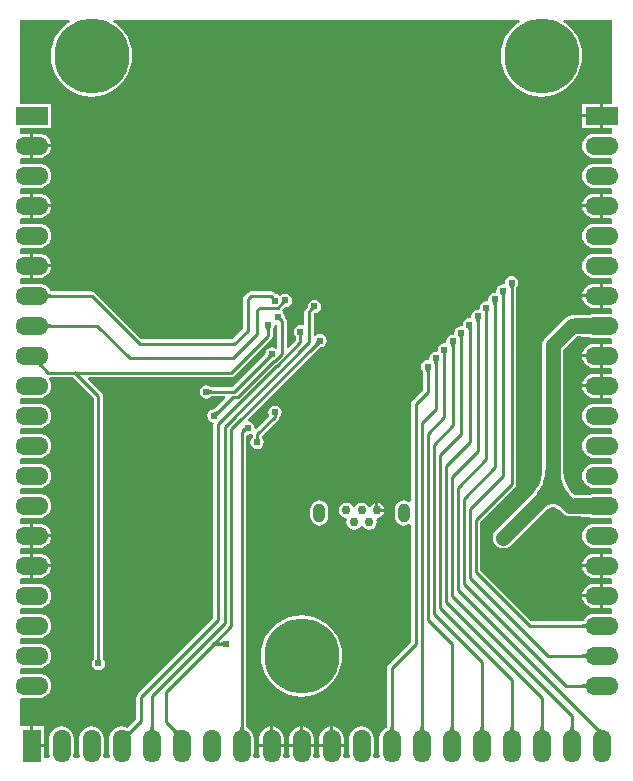
<source format=gbl>
G04*
G04 #@! TF.GenerationSoftware,Altium Limited,Altium Designer,21.6.4 (81)*
G04*
G04 Layer_Physical_Order=2*
G04 Layer_Color=16711680*
%FSLAX25Y25*%
%MOIN*%
G70*
G04*
G04 #@! TF.SameCoordinates,15FEF366-9F57-466A-8581-DEE9C99B8A09*
G04*
G04*
G04 #@! TF.FilePolarity,Positive*
G04*
G01*
G75*
%ADD16C,0.01000*%
%ADD46C,0.25000*%
%ADD47O,0.11000X0.06000*%
%ADD48R,0.11000X0.06000*%
%ADD49O,0.06000X0.11000*%
%ADD50R,0.06000X0.11000*%
%ADD51C,0.02953*%
G04:AMPARAMS|DCode=52|XSize=39.37mil|YSize=62.99mil|CornerRadius=19.68mil|HoleSize=0mil|Usage=FLASHONLY|Rotation=0.000|XOffset=0mil|YOffset=0mil|HoleType=Round|Shape=RoundedRectangle|*
%AMROUNDEDRECTD52*
21,1,0.03937,0.02362,0,0,0.0*
21,1,0.00000,0.06299,0,0,0.0*
1,1,0.03937,0.00000,-0.01181*
1,1,0.03937,0.00000,-0.01181*
1,1,0.03937,0.00000,0.01181*
1,1,0.03937,0.00000,0.01181*
%
%ADD52ROUNDEDRECTD52*%
%ADD53C,0.02400*%
%ADD54C,0.05000*%
G36*
X201466Y222000D02*
X198500D01*
Y218000D01*
Y214000D01*
X201466D01*
Y212362D01*
X201014Y211967D01*
X200500Y212035D01*
X195500D01*
X194456Y211897D01*
X193483Y211494D01*
X192647Y210853D01*
X192006Y210017D01*
X191603Y209044D01*
X191465Y208000D01*
X191603Y206956D01*
X192006Y205983D01*
X192647Y205147D01*
X193483Y204506D01*
X194456Y204103D01*
X195500Y203965D01*
X200500D01*
X201014Y204033D01*
X201466Y203638D01*
Y202362D01*
X201014Y201967D01*
X200500Y202034D01*
X195500D01*
X194456Y201897D01*
X193483Y201494D01*
X192647Y200853D01*
X192006Y200017D01*
X191603Y199044D01*
X191465Y198000D01*
X191603Y196956D01*
X192006Y195983D01*
X192647Y195147D01*
X193483Y194506D01*
X194456Y194103D01*
X195500Y193965D01*
X200500D01*
X201014Y194033D01*
X201466Y193638D01*
Y192362D01*
X201014Y191967D01*
X200500Y192034D01*
X198500D01*
Y188000D01*
Y183966D01*
X200500D01*
X201014Y184033D01*
X201466Y183638D01*
Y182362D01*
X201014Y181967D01*
X200500Y182035D01*
X195500D01*
X194456Y181897D01*
X193483Y181494D01*
X192647Y180853D01*
X192006Y180017D01*
X191603Y179044D01*
X191465Y178000D01*
X191603Y176956D01*
X192006Y175983D01*
X192647Y175147D01*
X193483Y174506D01*
X194456Y174103D01*
X195500Y173966D01*
X200500D01*
X201014Y174033D01*
X201466Y173638D01*
Y172362D01*
X201014Y171967D01*
X200500Y172035D01*
X195500D01*
X194456Y171897D01*
X193483Y171494D01*
X192647Y170853D01*
X192006Y170017D01*
X191603Y169044D01*
X191465Y168000D01*
X191603Y166956D01*
X192006Y165983D01*
X192647Y165147D01*
X193483Y164506D01*
X194456Y164103D01*
X195500Y163965D01*
X200500D01*
X201014Y164033D01*
X201466Y163638D01*
Y162362D01*
X201014Y161967D01*
X200500Y162034D01*
X198500D01*
Y158000D01*
Y153965D01*
X200500D01*
X201014Y154033D01*
X201466Y153638D01*
Y152362D01*
X201014Y151967D01*
X200500Y152034D01*
X195500D01*
X194456Y151897D01*
X194189Y151787D01*
X189027Y151530D01*
X188200D01*
X187286Y151410D01*
X186435Y151057D01*
X185704Y150496D01*
X179204Y143996D01*
X178643Y143265D01*
X178290Y142414D01*
X178170Y141500D01*
Y99658D01*
X178147Y99025D01*
X178050Y98146D01*
X177888Y97299D01*
X177663Y96481D01*
X177373Y95692D01*
X177020Y94930D01*
X176601Y94192D01*
X176116Y93479D01*
X175564Y92789D01*
X175132Y92325D01*
X162754Y79946D01*
X162193Y79215D01*
X161840Y78364D01*
X161720Y77450D01*
X161840Y76536D01*
X162193Y75685D01*
X162754Y74954D01*
X163485Y74393D01*
X164336Y74040D01*
X165250Y73920D01*
X166164Y74040D01*
X167015Y74393D01*
X167746Y74954D01*
X179016Y86224D01*
X179507Y86666D01*
X180102Y87082D01*
X180663Y87363D01*
X181192Y87521D01*
X181700Y87572D01*
X182208Y87521D01*
X182737Y87362D01*
X183298Y87082D01*
X183893Y86666D01*
X184383Y86224D01*
X185104Y85504D01*
X185835Y84943D01*
X186686Y84590D01*
X187600Y84470D01*
X189430D01*
X192672Y84413D01*
X193540Y84351D01*
X193804Y84317D01*
X193934Y84292D01*
X194011Y84265D01*
X194094Y84253D01*
X194456Y84103D01*
X195500Y83965D01*
X200500D01*
X201014Y84033D01*
X201466Y83638D01*
Y82362D01*
X201014Y81967D01*
X200500Y82034D01*
X195500D01*
X194456Y81897D01*
X193483Y81494D01*
X192647Y80853D01*
X192006Y80017D01*
X191603Y79044D01*
X191465Y78000D01*
X191603Y76956D01*
X192006Y75983D01*
X192647Y75147D01*
X193483Y74506D01*
X194456Y74103D01*
X195500Y73966D01*
X200500D01*
X201014Y74033D01*
X201466Y73638D01*
Y72362D01*
X201014Y71967D01*
X200500Y72035D01*
X198500D01*
Y68000D01*
Y63965D01*
X200500D01*
X201014Y64033D01*
X201466Y63638D01*
Y62362D01*
X201014Y61967D01*
X200500Y62034D01*
X198500D01*
Y58000D01*
Y53966D01*
X200500D01*
X201014Y54033D01*
X201466Y53638D01*
Y52362D01*
X201014Y51967D01*
X200500Y52034D01*
X195500D01*
X194456Y51897D01*
X193483Y51494D01*
X192647Y50853D01*
X192006Y50017D01*
X191804Y49531D01*
X191789Y49529D01*
X174634D01*
X157529Y66633D01*
Y82566D01*
X169081Y94119D01*
X169413Y94615D01*
X169529Y95200D01*
Y160723D01*
X169533Y160744D01*
X169539Y160774D01*
X169543Y160785D01*
X169586Y160814D01*
X170072Y161542D01*
X170243Y162400D01*
X170072Y163258D01*
X169586Y163986D01*
X168858Y164472D01*
X168000Y164643D01*
X167142Y164472D01*
X166414Y163986D01*
X165928Y163258D01*
X165757Y162400D01*
X165790Y162234D01*
X165366Y161810D01*
X165200Y161843D01*
X164342Y161672D01*
X163614Y161186D01*
X163128Y160458D01*
X162957Y159600D01*
X162990Y159434D01*
X162566Y159010D01*
X162400Y159043D01*
X161542Y158872D01*
X160814Y158386D01*
X160328Y157658D01*
X160157Y156800D01*
X160190Y156634D01*
X159766Y156210D01*
X159600Y156243D01*
X158742Y156072D01*
X158014Y155586D01*
X157528Y154858D01*
X157357Y154000D01*
X157390Y153834D01*
X156966Y153410D01*
X156800Y153443D01*
X155942Y153272D01*
X155214Y152786D01*
X154728Y152058D01*
X154557Y151200D01*
X154581Y151078D01*
X154157Y150654D01*
X153947Y150696D01*
X153089Y150525D01*
X152361Y150039D01*
X151875Y149311D01*
X151704Y148453D01*
X151746Y148243D01*
X151322Y147819D01*
X151200Y147843D01*
X150342Y147672D01*
X149614Y147186D01*
X149128Y146458D01*
X148957Y145600D01*
X148990Y145434D01*
X148566Y145010D01*
X148400Y145043D01*
X147542Y144872D01*
X146814Y144386D01*
X146328Y143658D01*
X146157Y142800D01*
X146190Y142634D01*
X145766Y142210D01*
X145600Y142243D01*
X144742Y142072D01*
X144014Y141586D01*
X143528Y140858D01*
X143357Y140000D01*
X143390Y139834D01*
X142966Y139410D01*
X142800Y139443D01*
X141942Y139272D01*
X141214Y138786D01*
X140728Y138058D01*
X140557Y137200D01*
X140590Y137034D01*
X140166Y136610D01*
X140000Y136643D01*
X139142Y136472D01*
X138414Y135986D01*
X137928Y135258D01*
X137757Y134400D01*
X137928Y133542D01*
X138414Y132814D01*
X138457Y132785D01*
X138461Y132774D01*
X138467Y132744D01*
X138471Y132723D01*
Y126634D01*
X134919Y123081D01*
X134587Y122585D01*
X134471Y122000D01*
Y89475D01*
X133871Y89179D01*
X133572Y89408D01*
X132850Y89707D01*
X132075Y89809D01*
X131300Y89707D01*
X130578Y89408D01*
X129958Y88932D01*
X129482Y88312D01*
X129183Y87590D01*
X129081Y86815D01*
Y84453D01*
X129183Y83678D01*
X129482Y82956D01*
X129958Y82336D01*
X130578Y81860D01*
X131300Y81561D01*
X132075Y81459D01*
X132850Y81561D01*
X133572Y81860D01*
X133871Y82089D01*
X134471Y81793D01*
Y42634D01*
X126919Y35081D01*
X126587Y34585D01*
X126471Y34000D01*
Y14211D01*
X126469Y14196D01*
X125983Y13994D01*
X125147Y13353D01*
X124506Y12517D01*
X124103Y11544D01*
X123966Y10500D01*
Y5500D01*
X124079Y4634D01*
X123706Y4034D01*
X122294D01*
X121921Y4634D01*
X122035Y5500D01*
Y10500D01*
X121897Y11544D01*
X121494Y12517D01*
X120853Y13353D01*
X120017Y13994D01*
X119044Y14397D01*
X118000Y14535D01*
X116956Y14397D01*
X115983Y13994D01*
X115147Y13353D01*
X114506Y12517D01*
X114103Y11544D01*
X113965Y10500D01*
Y5500D01*
X114079Y4634D01*
X113706Y4034D01*
X112294D01*
X111921Y4634D01*
X112034Y5500D01*
Y7500D01*
X108000D01*
X103965D01*
Y5500D01*
X104079Y4634D01*
X103706Y4034D01*
X102294D01*
X101921Y4634D01*
X102034Y5500D01*
Y7500D01*
X98000D01*
X93966D01*
Y5500D01*
X94079Y4634D01*
X93706Y4034D01*
X92294D01*
X91921Y4634D01*
X92035Y5500D01*
Y7500D01*
X88000D01*
X83965D01*
Y5500D01*
X84079Y4634D01*
X83706Y4034D01*
X82294D01*
X81921Y4634D01*
X82034Y5500D01*
Y10500D01*
X81897Y11544D01*
X81494Y12517D01*
X80853Y13353D01*
X80017Y13994D01*
X79531Y14196D01*
X79529Y14211D01*
Y111378D01*
X79993Y111758D01*
X80000Y111757D01*
X80858Y111928D01*
X81119Y112102D01*
X81544Y111869D01*
X81671Y111749D01*
Y110877D01*
X81667Y110856D01*
X81660Y110826D01*
X81657Y110815D01*
X81614Y110786D01*
X81128Y110058D01*
X80957Y109200D01*
X81128Y108342D01*
X81614Y107614D01*
X82342Y107128D01*
X83200Y106957D01*
X84058Y107128D01*
X84786Y107614D01*
X85272Y108342D01*
X85443Y109200D01*
X85272Y110058D01*
X84786Y110786D01*
X84910Y111347D01*
X90181Y116619D01*
X90513Y117115D01*
X90601Y117557D01*
X90686Y117614D01*
X91172Y118342D01*
X91343Y119200D01*
X91172Y120058D01*
X90686Y120786D01*
X89958Y121272D01*
X89100Y121443D01*
X88242Y121272D01*
X87514Y120786D01*
X87028Y120058D01*
X86857Y119200D01*
X87028Y118342D01*
X87248Y118011D01*
X82760Y113523D01*
X82207Y113818D01*
X82243Y114000D01*
X82072Y114858D01*
X81586Y115586D01*
X80858Y116072D01*
X80296Y116184D01*
X80089Y116826D01*
X104095Y140833D01*
X104113Y140845D01*
X104139Y140862D01*
X104149Y140867D01*
X104200Y140857D01*
X105058Y141028D01*
X105786Y141514D01*
X106272Y142242D01*
X106443Y143100D01*
X106272Y143958D01*
X105786Y144686D01*
X105058Y145172D01*
X104200Y145343D01*
X103342Y145172D01*
X102629Y144696D01*
X102533Y144715D01*
X102029Y144891D01*
Y151747D01*
X102300Y152257D01*
X103158Y152428D01*
X103886Y152914D01*
X104372Y153642D01*
X104543Y154500D01*
X104372Y155358D01*
X103886Y156086D01*
X103158Y156572D01*
X102300Y156743D01*
X101442Y156572D01*
X100714Y156086D01*
X100228Y155358D01*
X100057Y154500D01*
X100067Y154449D01*
X100062Y154439D01*
X100045Y154412D01*
X100033Y154395D01*
X99419Y153781D01*
X99087Y153285D01*
X98971Y152700D01*
Y148446D01*
X98908Y148413D01*
X98371Y148190D01*
X97600Y148343D01*
X96742Y148172D01*
X96014Y147686D01*
X95528Y146958D01*
X95357Y146100D01*
X95528Y145242D01*
X96014Y144514D01*
X96057Y144485D01*
X96061Y144474D01*
X96067Y144444D01*
X96071Y144423D01*
Y143118D01*
X93584Y140631D01*
X93029Y140861D01*
Y149600D01*
X92913Y150185D01*
X92581Y150681D01*
X92430Y150833D01*
X92443Y150900D01*
X92272Y151758D01*
X91786Y152486D01*
X91673Y152562D01*
X91597Y153334D01*
X92496Y154233D01*
X92513Y154245D01*
X92539Y154262D01*
X92549Y154267D01*
X92600Y154257D01*
X93458Y154428D01*
X94186Y154914D01*
X94672Y155642D01*
X94843Y156500D01*
X94672Y157358D01*
X94186Y158086D01*
X93458Y158572D01*
X92600Y158743D01*
X91742Y158572D01*
X91296Y158274D01*
X90728Y158044D01*
X90000Y158531D01*
X89365Y158657D01*
X89081Y159081D01*
X88585Y159413D01*
X88000Y159529D01*
X81200D01*
X80615Y159413D01*
X80119Y159081D01*
X78919Y157881D01*
X78587Y157385D01*
X78471Y156800D01*
Y147034D01*
X74967Y143529D01*
X44633D01*
X29081Y159081D01*
X28585Y159413D01*
X28000Y159529D01*
X14211D01*
X14196Y159531D01*
X13994Y160017D01*
X13353Y160853D01*
X12517Y161494D01*
X11544Y161897D01*
X10500Y162034D01*
X5500D01*
X4634Y161921D01*
X4034Y162294D01*
Y163706D01*
X4634Y164079D01*
X5500Y163965D01*
X7500D01*
Y168000D01*
Y172035D01*
X5500D01*
X4634Y171921D01*
X4034Y172294D01*
Y173706D01*
X4634Y174079D01*
X5500Y173966D01*
X10500D01*
X11544Y174103D01*
X12517Y174506D01*
X13353Y175147D01*
X13994Y175983D01*
X14397Y176956D01*
X14535Y178000D01*
X14397Y179044D01*
X13994Y180017D01*
X13353Y180853D01*
X12517Y181494D01*
X11544Y181897D01*
X10500Y182035D01*
X5500D01*
X4634Y181921D01*
X4034Y182294D01*
Y183706D01*
X4634Y184079D01*
X5500Y183966D01*
X7500D01*
Y188000D01*
Y192034D01*
X5500D01*
X4634Y191921D01*
X4034Y192294D01*
Y193706D01*
X4634Y194079D01*
X5500Y193965D01*
X10500D01*
X11544Y194103D01*
X12517Y194506D01*
X13353Y195147D01*
X13994Y195983D01*
X14397Y196956D01*
X14535Y198000D01*
X14397Y199044D01*
X13994Y200017D01*
X13353Y200853D01*
X12517Y201494D01*
X11544Y201897D01*
X10500Y202034D01*
X5500D01*
X4634Y201921D01*
X4034Y202294D01*
Y203706D01*
X4634Y204079D01*
X5500Y203965D01*
X7500D01*
Y208000D01*
Y212035D01*
X5500D01*
X4634Y211921D01*
X4034Y212294D01*
Y214000D01*
X14500D01*
Y222000D01*
X4034D01*
Y249966D01*
X20583D01*
X20746Y249388D01*
X20040Y248955D01*
X18425Y247575D01*
X17044Y245960D01*
X15934Y244148D01*
X15121Y242185D01*
X14625Y240118D01*
X14458Y238000D01*
X14625Y235882D01*
X15121Y233815D01*
X15934Y231852D01*
X17044Y230040D01*
X18425Y228425D01*
X20040Y227045D01*
X21852Y225934D01*
X23815Y225121D01*
X25882Y224625D01*
X28000Y224458D01*
X30118Y224625D01*
X32185Y225121D01*
X34148Y225934D01*
X35960Y227045D01*
X37576Y228425D01*
X38956Y230040D01*
X40066Y231852D01*
X40879Y233815D01*
X41375Y235882D01*
X41542Y238000D01*
X41375Y240118D01*
X40879Y242185D01*
X40066Y244148D01*
X38956Y245960D01*
X37576Y247575D01*
X35960Y248955D01*
X35254Y249388D01*
X35417Y249966D01*
X170583D01*
X170746Y249388D01*
X170040Y248955D01*
X168424Y247575D01*
X167044Y245960D01*
X165934Y244148D01*
X165121Y242185D01*
X164625Y240118D01*
X164458Y238000D01*
X164625Y235882D01*
X165121Y233815D01*
X165934Y231852D01*
X167044Y230040D01*
X168424Y228425D01*
X170040Y227045D01*
X171852Y225934D01*
X173815Y225121D01*
X175882Y224625D01*
X178000Y224458D01*
X180118Y224625D01*
X182185Y225121D01*
X184148Y225934D01*
X185960Y227045D01*
X187575Y228425D01*
X188955Y230040D01*
X190066Y231852D01*
X190879Y233815D01*
X191375Y235882D01*
X191542Y238000D01*
X191375Y240118D01*
X190879Y242185D01*
X190066Y244148D01*
X188955Y245960D01*
X187575Y247575D01*
X185960Y248955D01*
X185254Y249388D01*
X185417Y249966D01*
X201466D01*
Y222000D01*
D02*
G37*
G36*
X168775Y161474D02*
X168718Y161398D01*
X168667Y161317D01*
X168622Y161230D01*
X168585Y161138D01*
X168554Y161040D01*
X168531Y160936D01*
X168514Y160826D01*
X168503Y160710D01*
X168500Y160589D01*
X167500D01*
X167497Y160710D01*
X167486Y160826D01*
X167469Y160936D01*
X167446Y161040D01*
X167415Y161138D01*
X167378Y161230D01*
X167333Y161317D01*
X167282Y161398D01*
X167225Y161474D01*
X167160Y161543D01*
X168840D01*
X168775Y161474D01*
D02*
G37*
G36*
X165975Y158674D02*
X165918Y158598D01*
X165867Y158517D01*
X165822Y158430D01*
X165785Y158338D01*
X165754Y158240D01*
X165731Y158136D01*
X165714Y158026D01*
X165703Y157910D01*
X165700Y157789D01*
X164700D01*
X164697Y157910D01*
X164686Y158026D01*
X164669Y158136D01*
X164646Y158240D01*
X164615Y158338D01*
X164578Y158430D01*
X164533Y158517D01*
X164482Y158598D01*
X164425Y158674D01*
X164360Y158743D01*
X166040D01*
X165975Y158674D01*
D02*
G37*
G36*
X13319Y158902D02*
X13353Y158818D01*
X13411Y158743D01*
X13491Y158679D01*
X13594Y158624D01*
X13720Y158579D01*
X13869Y158545D01*
X14041Y158520D01*
X14236Y158505D01*
X14453Y158500D01*
Y157500D01*
X14236Y157495D01*
X14041Y157480D01*
X13869Y157455D01*
X13720Y157421D01*
X13594Y157376D01*
X13491Y157321D01*
X13411Y157257D01*
X13353Y157182D01*
X13319Y157098D01*
X13308Y157003D01*
Y158996D01*
X13319Y158902D01*
D02*
G37*
G36*
X163175Y155874D02*
X163118Y155798D01*
X163067Y155717D01*
X163022Y155630D01*
X162985Y155538D01*
X162954Y155440D01*
X162931Y155336D01*
X162914Y155226D01*
X162903Y155110D01*
X162900Y154989D01*
X161900D01*
X161897Y155110D01*
X161886Y155226D01*
X161869Y155336D01*
X161846Y155440D01*
X161815Y155538D01*
X161778Y155630D01*
X161733Y155717D01*
X161682Y155798D01*
X161625Y155874D01*
X161560Y155943D01*
X163240D01*
X163175Y155874D01*
D02*
G37*
G36*
X92588Y155300D02*
X92493Y155297D01*
X92399Y155284D01*
X92306Y155263D01*
X92213Y155233D01*
X92121Y155194D01*
X92030Y155146D01*
X91940Y155089D01*
X91850Y155024D01*
X91761Y154949D01*
X91673Y154866D01*
X90966Y155573D01*
X91049Y155661D01*
X91124Y155750D01*
X91189Y155840D01*
X91246Y155930D01*
X91294Y156021D01*
X91333Y156113D01*
X91363Y156206D01*
X91384Y156299D01*
X91397Y156393D01*
X91400Y156488D01*
X92588Y155300D01*
D02*
G37*
G36*
X102288Y153300D02*
X102193Y153297D01*
X102099Y153284D01*
X102006Y153263D01*
X101913Y153233D01*
X101821Y153194D01*
X101730Y153146D01*
X101640Y153089D01*
X101550Y153024D01*
X101461Y152949D01*
X101373Y152866D01*
X100666Y153573D01*
X100749Y153661D01*
X100824Y153750D01*
X100889Y153840D01*
X100946Y153930D01*
X100994Y154021D01*
X101033Y154113D01*
X101063Y154206D01*
X101084Y154299D01*
X101097Y154393D01*
X101100Y154488D01*
X102288Y153300D01*
D02*
G37*
G36*
X160375Y153074D02*
X160318Y152998D01*
X160267Y152917D01*
X160222Y152830D01*
X160185Y152738D01*
X160154Y152640D01*
X160131Y152536D01*
X160114Y152426D01*
X160103Y152310D01*
X160100Y152189D01*
X159100D01*
X159097Y152310D01*
X159086Y152426D01*
X159069Y152536D01*
X159046Y152640D01*
X159015Y152738D01*
X158978Y152830D01*
X158933Y152917D01*
X158882Y152998D01*
X158825Y153074D01*
X158760Y153143D01*
X160440D01*
X160375Y153074D01*
D02*
G37*
G36*
X157575Y150274D02*
X157518Y150198D01*
X157467Y150117D01*
X157422Y150030D01*
X157385Y149938D01*
X157354Y149840D01*
X157331Y149736D01*
X157314Y149626D01*
X157303Y149510D01*
X157300Y149389D01*
X156300D01*
X156297Y149510D01*
X156286Y149626D01*
X156269Y149736D01*
X156246Y149840D01*
X156215Y149938D01*
X156178Y150030D01*
X156133Y150117D01*
X156082Y150198D01*
X156025Y150274D01*
X155960Y150343D01*
X157640D01*
X157575Y150274D01*
D02*
G37*
G36*
X91390Y150698D02*
X91398Y150631D01*
X91417Y150560D01*
X91445Y150486D01*
X91484Y150409D01*
X91534Y150329D01*
X91593Y150245D01*
X91663Y150158D01*
X91834Y149973D01*
X91127Y149266D01*
X91033Y149356D01*
X90855Y149507D01*
X90771Y149566D01*
X90691Y149616D01*
X90614Y149655D01*
X90540Y149683D01*
X90469Y149702D01*
X90402Y149710D01*
X90338Y149708D01*
X91392Y150761D01*
X91390Y150698D01*
D02*
G37*
G36*
X13319Y148902D02*
X13353Y148818D01*
X13411Y148743D01*
X13491Y148679D01*
X13594Y148624D01*
X13720Y148579D01*
X13869Y148545D01*
X14041Y148520D01*
X14236Y148505D01*
X14453Y148500D01*
Y147500D01*
X14236Y147495D01*
X14041Y147480D01*
X13869Y147455D01*
X13720Y147421D01*
X13594Y147376D01*
X13491Y147321D01*
X13411Y147257D01*
X13353Y147182D01*
X13319Y147098D01*
X13308Y147003D01*
Y148996D01*
X13319Y148902D01*
D02*
G37*
G36*
X87575Y147526D02*
X87518Y147451D01*
X87467Y147370D01*
X87422Y147283D01*
X87385Y147191D01*
X87354Y147092D01*
X87331Y146988D01*
X87314Y146879D01*
X87303Y146763D01*
X87300Y146642D01*
X86300D01*
X86297Y146763D01*
X86286Y146879D01*
X86269Y146988D01*
X86246Y147092D01*
X86215Y147191D01*
X86178Y147283D01*
X86133Y147370D01*
X86082Y147451D01*
X86025Y147526D01*
X85960Y147596D01*
X87640D01*
X87575Y147526D01*
D02*
G37*
G36*
X154762Y147561D02*
X154707Y147484D01*
X154659Y147401D01*
X154617Y147312D01*
X154581Y147219D01*
X154552Y147119D01*
X154529Y147015D01*
X154513Y146904D01*
X154503Y146789D01*
X154500Y146668D01*
X153500Y146619D01*
X153497Y146741D01*
X153486Y146856D01*
X153468Y146965D01*
X153443Y147069D01*
X153411Y147166D01*
X153373Y147257D01*
X153326Y147342D01*
X153273Y147420D01*
X153213Y147493D01*
X153146Y147560D01*
X154824Y147634D01*
X154762Y147561D01*
D02*
G37*
G36*
X194351Y145226D02*
X194204Y145278D01*
X193966Y145325D01*
X193640Y145366D01*
X192717Y145431D01*
X188839Y145500D01*
Y150500D01*
X194351Y150774D01*
Y145226D01*
D02*
G37*
G36*
X98375Y145174D02*
X98318Y145098D01*
X98267Y145017D01*
X98222Y144930D01*
X98185Y144838D01*
X98154Y144740D01*
X98131Y144636D01*
X98114Y144526D01*
X98103Y144410D01*
X98100Y144289D01*
X97100D01*
X97097Y144410D01*
X97086Y144526D01*
X97069Y144636D01*
X97046Y144740D01*
X97015Y144838D01*
X96978Y144930D01*
X96933Y145017D01*
X96882Y145098D01*
X96825Y145174D01*
X96760Y145243D01*
X98440D01*
X98375Y145174D01*
D02*
G37*
G36*
X151975Y144674D02*
X151918Y144598D01*
X151867Y144517D01*
X151822Y144430D01*
X151785Y144338D01*
X151754Y144240D01*
X151731Y144136D01*
X151714Y144026D01*
X151703Y143910D01*
X151700Y143789D01*
X150700D01*
X150697Y143910D01*
X150686Y144026D01*
X150669Y144136D01*
X150646Y144240D01*
X150615Y144338D01*
X150578Y144430D01*
X150533Y144517D01*
X150482Y144598D01*
X150425Y144674D01*
X150360Y144743D01*
X152040D01*
X151975Y144674D01*
D02*
G37*
G36*
X192672Y144413D02*
X193540Y144351D01*
X193804Y144317D01*
X193934Y144292D01*
X194011Y144265D01*
X194094Y144253D01*
X194456Y144103D01*
X195500Y143965D01*
X200500D01*
X201014Y144033D01*
X201466Y143638D01*
Y142362D01*
X201014Y141967D01*
X200500Y142034D01*
X198500D01*
Y138000D01*
Y133966D01*
X200500D01*
X201014Y134033D01*
X201466Y133638D01*
Y132362D01*
X201014Y131967D01*
X200500Y132035D01*
X198500D01*
Y128000D01*
Y123966D01*
X200500D01*
X201014Y124033D01*
X201466Y123638D01*
Y122362D01*
X201014Y121967D01*
X200500Y122035D01*
X195500D01*
X194456Y121897D01*
X193483Y121494D01*
X192647Y120853D01*
X192006Y120017D01*
X191603Y119044D01*
X191465Y118000D01*
X191603Y116956D01*
X192006Y115983D01*
X192647Y115147D01*
X193483Y114506D01*
X194456Y114103D01*
X195500Y113965D01*
X200500D01*
X201014Y114033D01*
X201466Y113638D01*
Y112362D01*
X201014Y111967D01*
X200500Y112034D01*
X195500D01*
X194456Y111897D01*
X193483Y111494D01*
X192647Y110853D01*
X192006Y110017D01*
X191603Y109044D01*
X191465Y108000D01*
X191603Y106956D01*
X192006Y105983D01*
X192647Y105147D01*
X193483Y104506D01*
X194456Y104103D01*
X195500Y103965D01*
X200500D01*
X201014Y104033D01*
X201466Y103638D01*
Y102362D01*
X201014Y101967D01*
X200500Y102034D01*
X195500D01*
X194456Y101897D01*
X193483Y101494D01*
X192647Y100853D01*
X192006Y100017D01*
X191603Y99044D01*
X191465Y98000D01*
X191603Y96956D01*
X192006Y95983D01*
X192647Y95147D01*
X193483Y94506D01*
X194456Y94103D01*
X195500Y93966D01*
X200500D01*
X201014Y94033D01*
X201466Y93638D01*
Y92362D01*
X201014Y91967D01*
X200500Y92035D01*
X195500D01*
X194456Y91897D01*
X194189Y91787D01*
X189061Y91532D01*
X188268Y92325D01*
X187836Y92788D01*
X187284Y93479D01*
X186799Y94192D01*
X186380Y94930D01*
X186027Y95692D01*
X185737Y96481D01*
X185512Y97299D01*
X185350Y98146D01*
X185253Y99025D01*
X185230Y99658D01*
Y140038D01*
X189658Y144466D01*
X192672Y144413D01*
D02*
G37*
G36*
X104188Y141900D02*
X104093Y141897D01*
X103999Y141884D01*
X103906Y141863D01*
X103813Y141833D01*
X103721Y141794D01*
X103630Y141746D01*
X103540Y141689D01*
X103450Y141624D01*
X103361Y141549D01*
X103273Y141466D01*
X102566Y142173D01*
X102649Y142261D01*
X102724Y142350D01*
X102789Y142440D01*
X102846Y142530D01*
X102894Y142621D01*
X102933Y142713D01*
X102963Y142806D01*
X102984Y142899D01*
X102997Y142993D01*
X103000Y143088D01*
X104188Y141900D01*
D02*
G37*
G36*
X149175Y141874D02*
X149118Y141798D01*
X149067Y141717D01*
X149022Y141630D01*
X148985Y141538D01*
X148954Y141440D01*
X148931Y141336D01*
X148914Y141226D01*
X148903Y141110D01*
X148900Y140989D01*
X147900D01*
X147897Y141110D01*
X147886Y141226D01*
X147869Y141336D01*
X147846Y141440D01*
X147815Y141538D01*
X147778Y141630D01*
X147733Y141717D01*
X147682Y141798D01*
X147625Y141874D01*
X147560Y141943D01*
X149240D01*
X149175Y141874D01*
D02*
G37*
G36*
X89971Y148361D02*
Y140784D01*
X89371Y140464D01*
X89058Y140672D01*
X88200Y140843D01*
X87342Y140672D01*
X86614Y140186D01*
X86128Y139458D01*
X85957Y138600D01*
X85967Y138549D01*
X85962Y138539D01*
X85945Y138513D01*
X85933Y138496D01*
X74967Y127529D01*
X67977D01*
X67956Y127533D01*
X67926Y127540D01*
X67915Y127543D01*
X67886Y127586D01*
X67158Y128072D01*
X66300Y128243D01*
X65442Y128072D01*
X64714Y127586D01*
X64228Y126858D01*
X64057Y126000D01*
X64228Y125142D01*
X64714Y124414D01*
X65442Y123928D01*
X66300Y123757D01*
X67158Y123928D01*
X67886Y124414D01*
X67915Y124457D01*
X67926Y124460D01*
X67956Y124467D01*
X67977Y124471D01*
X72324D01*
X72553Y123916D01*
X68905Y120267D01*
X68888Y120255D01*
X68861Y120238D01*
X68851Y120233D01*
X68800Y120243D01*
X67942Y120072D01*
X67214Y119586D01*
X66728Y118858D01*
X66557Y118000D01*
X66728Y117142D01*
X67214Y116414D01*
X67942Y115928D01*
X68702Y115777D01*
X68616Y115345D01*
Y50479D01*
X43419Y25281D01*
X43087Y24785D01*
X42971Y24200D01*
Y16933D01*
X40025Y13988D01*
X40017Y13994D01*
X39044Y14397D01*
X38000Y14535D01*
X36956Y14397D01*
X35983Y13994D01*
X35147Y13353D01*
X34506Y12517D01*
X34103Y11544D01*
X33966Y10500D01*
Y5500D01*
X34079Y4634D01*
X33706Y4034D01*
X32294D01*
X31921Y4634D01*
X32035Y5500D01*
Y10500D01*
X31897Y11544D01*
X31494Y12517D01*
X30853Y13353D01*
X30017Y13994D01*
X29044Y14397D01*
X28000Y14535D01*
X26956Y14397D01*
X25983Y13994D01*
X25147Y13353D01*
X24506Y12517D01*
X24103Y11544D01*
X23966Y10500D01*
Y5500D01*
X24079Y4634D01*
X23706Y4034D01*
X22294D01*
X21921Y4634D01*
X22035Y5500D01*
Y10500D01*
X21897Y11544D01*
X21494Y12517D01*
X20853Y13353D01*
X20017Y13994D01*
X19044Y14397D01*
X18000Y14535D01*
X16956Y14397D01*
X15983Y13994D01*
X15147Y13353D01*
X14506Y12517D01*
X14103Y11544D01*
X13965Y10500D01*
Y5500D01*
X14079Y4634D01*
X13706Y4034D01*
X12000D01*
Y7500D01*
X8000D01*
Y8000D01*
X7500D01*
Y14500D01*
X4034D01*
Y23706D01*
X4634Y24079D01*
X5500Y23966D01*
X10500D01*
X11544Y24103D01*
X12517Y24506D01*
X13353Y25147D01*
X13994Y25983D01*
X14397Y26956D01*
X14535Y28000D01*
X14397Y29044D01*
X13994Y30017D01*
X13353Y30853D01*
X12517Y31494D01*
X11544Y31897D01*
X10500Y32035D01*
X5500D01*
X4634Y31921D01*
X4034Y32294D01*
Y33706D01*
X4634Y34079D01*
X5500Y33966D01*
X10500D01*
X11544Y34103D01*
X12517Y34506D01*
X13353Y35147D01*
X13994Y35983D01*
X14397Y36956D01*
X14535Y38000D01*
X14397Y39044D01*
X13994Y40017D01*
X13353Y40853D01*
X12517Y41494D01*
X11544Y41897D01*
X10500Y42035D01*
X5500D01*
X4634Y41921D01*
X4034Y42294D01*
Y43706D01*
X4634Y44079D01*
X5500Y43966D01*
X10500D01*
X11544Y44103D01*
X12517Y44506D01*
X13353Y45147D01*
X13994Y45983D01*
X14397Y46956D01*
X14535Y48000D01*
X14397Y49044D01*
X13994Y50017D01*
X13353Y50853D01*
X12517Y51494D01*
X11544Y51897D01*
X10500Y52034D01*
X5500D01*
X4634Y51921D01*
X4034Y52294D01*
Y53706D01*
X4634Y54079D01*
X5500Y53966D01*
X10500D01*
X11544Y54103D01*
X12517Y54506D01*
X13353Y55147D01*
X13994Y55983D01*
X14397Y56956D01*
X14535Y58000D01*
X14397Y59044D01*
X13994Y60017D01*
X13353Y60853D01*
X12517Y61494D01*
X11544Y61897D01*
X10500Y62034D01*
X5500D01*
X4634Y61921D01*
X4034Y62294D01*
Y63706D01*
X4634Y64079D01*
X5500Y63965D01*
X7500D01*
Y68000D01*
Y72035D01*
X5500D01*
X4634Y71921D01*
X4034Y72294D01*
Y73706D01*
X4634Y74079D01*
X5500Y73966D01*
X7500D01*
Y78000D01*
Y82034D01*
X5500D01*
X4634Y81921D01*
X4034Y82294D01*
Y83706D01*
X4634Y84079D01*
X5500Y83965D01*
X10500D01*
X11544Y84103D01*
X12517Y84506D01*
X13353Y85147D01*
X13994Y85983D01*
X14397Y86956D01*
X14535Y88000D01*
X14397Y89044D01*
X13994Y90017D01*
X13353Y90853D01*
X12517Y91494D01*
X11544Y91897D01*
X10500Y92035D01*
X5500D01*
X4634Y91921D01*
X4034Y92294D01*
Y93706D01*
X4634Y94079D01*
X5500Y93966D01*
X10500D01*
X11544Y94103D01*
X12517Y94506D01*
X13353Y95147D01*
X13994Y95983D01*
X14397Y96956D01*
X14535Y98000D01*
X14397Y99044D01*
X13994Y100017D01*
X13353Y100853D01*
X12517Y101494D01*
X11544Y101897D01*
X10500Y102034D01*
X5500D01*
X4634Y101921D01*
X4034Y102294D01*
Y103706D01*
X4634Y104079D01*
X5500Y103965D01*
X10500D01*
X11544Y104103D01*
X12517Y104506D01*
X13353Y105147D01*
X13994Y105983D01*
X14397Y106956D01*
X14535Y108000D01*
X14397Y109044D01*
X13994Y110017D01*
X13353Y110853D01*
X12517Y111494D01*
X11544Y111897D01*
X10500Y112034D01*
X5500D01*
X4634Y111921D01*
X4034Y112294D01*
Y113706D01*
X4634Y114079D01*
X5500Y113965D01*
X10500D01*
X11544Y114103D01*
X12517Y114506D01*
X13353Y115147D01*
X13994Y115983D01*
X14397Y116956D01*
X14535Y118000D01*
X14397Y119044D01*
X13994Y120017D01*
X13353Y120853D01*
X12517Y121494D01*
X11544Y121897D01*
X10500Y122035D01*
X5500D01*
X4634Y121921D01*
X4034Y122294D01*
Y123706D01*
X4634Y124079D01*
X5500Y123966D01*
X10500D01*
X11544Y124103D01*
X12517Y124506D01*
X13353Y125147D01*
X13994Y125983D01*
X14397Y126956D01*
X14535Y128000D01*
X14397Y129044D01*
X13994Y130017D01*
X13800Y130271D01*
X14096Y130871D01*
X21558D01*
X21629Y130863D01*
X21735Y130842D01*
X21835Y130815D01*
X21929Y130780D01*
X22021Y130738D01*
X22110Y130687D01*
X22199Y130627D01*
X22255Y130582D01*
X28771Y124066D01*
Y37177D01*
X28767Y37156D01*
X28760Y37126D01*
X28757Y37115D01*
X28714Y37086D01*
X28228Y36358D01*
X28057Y35500D01*
X28228Y34642D01*
X28714Y33914D01*
X29442Y33428D01*
X30300Y33257D01*
X31158Y33428D01*
X31886Y33914D01*
X32372Y34642D01*
X32543Y35500D01*
X32372Y36358D01*
X31886Y37086D01*
X31843Y37115D01*
X31839Y37126D01*
X31833Y37156D01*
X31829Y37177D01*
Y124700D01*
X31713Y125285D01*
X31381Y125781D01*
X26847Y130316D01*
X27076Y130871D01*
X74600D01*
X75185Y130987D01*
X75681Y131319D01*
X87881Y143519D01*
X88213Y144015D01*
X88329Y144600D01*
Y146776D01*
X88333Y146797D01*
X88340Y146827D01*
X88343Y146838D01*
X88386Y146867D01*
X88872Y147594D01*
X88999Y148232D01*
X89535Y148569D01*
X89971Y148361D01*
D02*
G37*
G36*
X146375Y139074D02*
X146318Y138998D01*
X146267Y138917D01*
X146222Y138830D01*
X146185Y138738D01*
X146154Y138640D01*
X146131Y138536D01*
X146114Y138426D01*
X146103Y138310D01*
X146100Y138189D01*
X145100D01*
X145097Y138310D01*
X145086Y138426D01*
X145069Y138536D01*
X145046Y138640D01*
X145015Y138738D01*
X144978Y138830D01*
X144933Y138917D01*
X144882Y138998D01*
X144825Y139074D01*
X144760Y139143D01*
X146440D01*
X146375Y139074D01*
D02*
G37*
G36*
X88188Y137400D02*
X88093Y137397D01*
X87999Y137384D01*
X87906Y137363D01*
X87813Y137333D01*
X87721Y137294D01*
X87630Y137246D01*
X87540Y137189D01*
X87450Y137124D01*
X87361Y137049D01*
X87273Y136966D01*
X86566Y137673D01*
X86649Y137761D01*
X86724Y137850D01*
X86789Y137940D01*
X86846Y138030D01*
X86894Y138121D01*
X86933Y138213D01*
X86963Y138306D01*
X86984Y138399D01*
X86997Y138493D01*
X87000Y138588D01*
X88188Y137400D01*
D02*
G37*
G36*
X143575Y136274D02*
X143518Y136198D01*
X143467Y136117D01*
X143422Y136030D01*
X143385Y135938D01*
X143354Y135840D01*
X143331Y135736D01*
X143314Y135626D01*
X143303Y135510D01*
X143300Y135389D01*
X142300D01*
X142297Y135510D01*
X142286Y135626D01*
X142269Y135736D01*
X142246Y135840D01*
X142215Y135938D01*
X142178Y136030D01*
X142133Y136117D01*
X142082Y136198D01*
X142025Y136274D01*
X141960Y136343D01*
X143640D01*
X143575Y136274D01*
D02*
G37*
G36*
X11888Y135396D02*
X11810Y135353D01*
X11761Y135295D01*
X11740Y135223D01*
X11749Y135136D01*
X11787Y135034D01*
X11853Y134918D01*
X11949Y134786D01*
X12074Y134641D01*
X12227Y134480D01*
X11003Y134290D01*
X10841Y134446D01*
X10530Y134700D01*
X10382Y134800D01*
X10238Y134881D01*
X10099Y134944D01*
X9965Y134988D01*
X9834Y135013D01*
X9709Y135021D01*
X9588Y135010D01*
X11995Y135424D01*
X11888Y135396D01*
D02*
G37*
G36*
X140775Y133474D02*
X140718Y133398D01*
X140667Y133317D01*
X140622Y133230D01*
X140585Y133138D01*
X140554Y133040D01*
X140531Y132936D01*
X140514Y132826D01*
X140503Y132710D01*
X140500Y132589D01*
X139500D01*
X139497Y132710D01*
X139486Y132826D01*
X139469Y132936D01*
X139446Y133040D01*
X139415Y133138D01*
X139378Y133230D01*
X139333Y133317D01*
X139282Y133398D01*
X139225Y133474D01*
X139160Y133543D01*
X140840D01*
X140775Y133474D01*
D02*
G37*
G36*
X24807Y131900D02*
X24624Y131893D01*
X24475Y131872D01*
X24361Y131836D01*
X24280Y131787D01*
X24234Y131723D01*
X24222Y131645D01*
X24244Y131553D01*
X24300Y131448D01*
X24390Y131327D01*
X24514Y131193D01*
X23100D01*
X22956Y131327D01*
X22805Y131448D01*
X22649Y131553D01*
X22488Y131645D01*
X22320Y131723D01*
X22146Y131787D01*
X21967Y131836D01*
X21781Y131872D01*
X21590Y131893D01*
X21393Y131900D01*
X22600Y132900D01*
X24807Y131900D01*
D02*
G37*
G36*
X67226Y126775D02*
X67302Y126718D01*
X67383Y126667D01*
X67470Y126622D01*
X67562Y126585D01*
X67660Y126554D01*
X67764Y126531D01*
X67874Y126514D01*
X67990Y126503D01*
X68111Y126500D01*
Y125500D01*
X67990Y125497D01*
X67874Y125486D01*
X67764Y125469D01*
X67660Y125446D01*
X67562Y125415D01*
X67470Y125378D01*
X67383Y125333D01*
X67302Y125282D01*
X67226Y125225D01*
X67157Y125160D01*
Y126840D01*
X67226Y126775D01*
D02*
G37*
G36*
X70434Y118927D02*
X70351Y118839D01*
X70276Y118750D01*
X70211Y118660D01*
X70154Y118570D01*
X70106Y118479D01*
X70067Y118387D01*
X70037Y118294D01*
X70016Y118201D01*
X70003Y118107D01*
X70000Y118012D01*
X68812Y119200D01*
X68907Y119203D01*
X69001Y119216D01*
X69094Y119237D01*
X69187Y119267D01*
X69279Y119306D01*
X69370Y119354D01*
X69460Y119411D01*
X69550Y119476D01*
X69639Y119551D01*
X69727Y119634D01*
X70434Y118927D01*
D02*
G37*
G36*
X79635Y112857D02*
X79548Y112879D01*
X79461Y112889D01*
X79374Y112887D01*
X79286Y112873D01*
X79198Y112848D01*
X79110Y112811D01*
X79021Y112762D01*
X78931Y112702D01*
X78842Y112629D01*
X78752Y112545D01*
X78291Y113498D01*
X78375Y113585D01*
X78525Y113758D01*
X78591Y113843D01*
X78702Y114012D01*
X78749Y114096D01*
X78789Y114178D01*
X78822Y114261D01*
X78850Y114342D01*
X79635Y112857D01*
D02*
G37*
G36*
X83703Y110890D02*
X83714Y110774D01*
X83731Y110664D01*
X83754Y110560D01*
X83785Y110462D01*
X83822Y110370D01*
X83867Y110283D01*
X83918Y110202D01*
X83975Y110126D01*
X84040Y110057D01*
X82360D01*
X82425Y110126D01*
X82482Y110202D01*
X82533Y110283D01*
X82578Y110370D01*
X82615Y110462D01*
X82646Y110560D01*
X82669Y110664D01*
X82686Y110774D01*
X82697Y110890D01*
X82700Y111011D01*
X83700D01*
X83703Y110890D01*
D02*
G37*
G36*
X184235Y98950D02*
X184341Y97994D01*
X184518Y97067D01*
X184766Y96170D01*
X185084Y95302D01*
X185473Y94463D01*
X185932Y93653D01*
X186463Y92873D01*
X187064Y92122D01*
X187735Y91400D01*
X185236Y86829D01*
X184528Y87465D01*
X183821Y87960D01*
X183114Y88314D01*
X182407Y88526D01*
X181700Y88597D01*
X180993Y88526D01*
X180286Y88314D01*
X179579Y87960D01*
X178872Y87465D01*
X178165Y86829D01*
X175664Y91400D01*
X176336Y92122D01*
X176937Y92873D01*
X177468Y93653D01*
X177927Y94463D01*
X178316Y95302D01*
X178634Y96170D01*
X178882Y97067D01*
X179059Y97994D01*
X179165Y98950D01*
X179200Y99936D01*
X184200D01*
X184235Y98950D01*
D02*
G37*
G36*
X194351Y85226D02*
X194204Y85278D01*
X193966Y85325D01*
X193640Y85366D01*
X192717Y85431D01*
X188839Y85500D01*
Y90500D01*
X194351Y90774D01*
Y85226D01*
D02*
G37*
G36*
X192692Y47003D02*
X192681Y47098D01*
X192647Y47182D01*
X192589Y47257D01*
X192509Y47321D01*
X192406Y47376D01*
X192280Y47421D01*
X192131Y47455D01*
X191959Y47480D01*
X191764Y47495D01*
X191547Y47500D01*
Y48500D01*
X191764Y48505D01*
X191959Y48520D01*
X192131Y48545D01*
X192280Y48579D01*
X192406Y48624D01*
X192509Y48679D01*
X192589Y48743D01*
X192647Y48818D01*
X192681Y48902D01*
X192692Y48996D01*
Y47003D01*
D02*
G37*
G36*
X71909Y41196D02*
X71842Y41264D01*
X71769Y41324D01*
X71690Y41377D01*
X71605Y41423D01*
X71514Y41462D01*
X71417Y41493D01*
X71314Y41518D01*
X71204Y41536D01*
X71089Y41546D01*
X70968Y41550D01*
X71013Y42550D01*
X71135Y42553D01*
X71250Y42563D01*
X71360Y42579D01*
X71465Y42602D01*
X71564Y42631D01*
X71658Y42667D01*
X71746Y42709D01*
X71829Y42758D01*
X71907Y42813D01*
X71979Y42875D01*
X71909Y41196D01*
D02*
G37*
G36*
X70440Y43123D02*
X70350Y43003D01*
X70294Y42897D01*
X70272Y42805D01*
X70284Y42727D01*
X70330Y42663D01*
X70411Y42614D01*
X70525Y42578D01*
X70674Y42557D01*
X70857Y42550D01*
X69857Y41550D01*
X69660Y41543D01*
X69469Y41522D01*
X69283Y41486D01*
X69104Y41437D01*
X68930Y41373D01*
X68762Y41295D01*
X68601Y41203D01*
X68445Y41097D01*
X68294Y40977D01*
X68150Y40843D01*
X68296Y42404D01*
X70564Y43257D01*
X70440Y43123D01*
D02*
G37*
G36*
X192692Y37003D02*
X192681Y37098D01*
X192647Y37182D01*
X192589Y37257D01*
X192509Y37321D01*
X192406Y37376D01*
X192280Y37421D01*
X192131Y37455D01*
X191959Y37480D01*
X191764Y37495D01*
X191547Y37500D01*
Y38500D01*
X191764Y38505D01*
X191959Y38520D01*
X192131Y38545D01*
X192280Y38579D01*
X192406Y38624D01*
X192509Y38679D01*
X192589Y38743D01*
X192647Y38818D01*
X192681Y38902D01*
X192692Y38996D01*
Y37003D01*
D02*
G37*
G36*
X30803Y37190D02*
X30814Y37074D01*
X30831Y36964D01*
X30854Y36860D01*
X30885Y36762D01*
X30922Y36670D01*
X30967Y36583D01*
X31018Y36502D01*
X31075Y36426D01*
X31140Y36357D01*
X29460D01*
X29525Y36426D01*
X29582Y36502D01*
X29633Y36583D01*
X29678Y36670D01*
X29715Y36762D01*
X29746Y36860D01*
X29769Y36964D01*
X29786Y37074D01*
X29797Y37190D01*
X29800Y37311D01*
X30800D01*
X30803Y37190D01*
D02*
G37*
G36*
X192692Y27003D02*
X192681Y27098D01*
X192647Y27182D01*
X192589Y27257D01*
X192509Y27321D01*
X192406Y27376D01*
X192280Y27421D01*
X192131Y27455D01*
X191959Y27480D01*
X191764Y27495D01*
X191547Y27500D01*
Y28500D01*
X191764Y28505D01*
X191959Y28520D01*
X192131Y28545D01*
X192280Y28579D01*
X192406Y28624D01*
X192509Y28679D01*
X192589Y28743D01*
X192647Y28818D01*
X192681Y28902D01*
X192692Y28997D01*
Y27003D01*
D02*
G37*
G36*
X188505Y14236D02*
X188520Y14041D01*
X188545Y13869D01*
X188579Y13720D01*
X188624Y13594D01*
X188679Y13491D01*
X188743Y13411D01*
X188818Y13353D01*
X188902Y13319D01*
X188997Y13308D01*
X187004D01*
X187098Y13319D01*
X187182Y13353D01*
X187257Y13411D01*
X187321Y13491D01*
X187376Y13594D01*
X187421Y13720D01*
X187455Y13869D01*
X187480Y14041D01*
X187495Y14236D01*
X187500Y14453D01*
X188500D01*
X188505Y14236D01*
D02*
G37*
G36*
X178505D02*
X178520Y14041D01*
X178545Y13869D01*
X178579Y13720D01*
X178624Y13594D01*
X178679Y13491D01*
X178743Y13411D01*
X178818Y13353D01*
X178902Y13319D01*
X178997Y13308D01*
X177004D01*
X177098Y13319D01*
X177182Y13353D01*
X177257Y13411D01*
X177321Y13491D01*
X177376Y13594D01*
X177421Y13720D01*
X177455Y13869D01*
X177480Y14041D01*
X177495Y14236D01*
X177500Y14453D01*
X178500D01*
X178505Y14236D01*
D02*
G37*
G36*
X168505D02*
X168520Y14041D01*
X168545Y13869D01*
X168579Y13720D01*
X168624Y13594D01*
X168679Y13491D01*
X168743Y13411D01*
X168818Y13353D01*
X168902Y13319D01*
X168997Y13308D01*
X167004D01*
X167098Y13319D01*
X167182Y13353D01*
X167257Y13411D01*
X167321Y13491D01*
X167376Y13594D01*
X167421Y13720D01*
X167455Y13869D01*
X167480Y14041D01*
X167495Y14236D01*
X167500Y14453D01*
X168500D01*
X168505Y14236D01*
D02*
G37*
G36*
X158505D02*
X158520Y14041D01*
X158545Y13869D01*
X158579Y13720D01*
X158624Y13594D01*
X158679Y13491D01*
X158743Y13411D01*
X158818Y13353D01*
X158902Y13319D01*
X158996Y13308D01*
X157003D01*
X157098Y13319D01*
X157182Y13353D01*
X157257Y13411D01*
X157321Y13491D01*
X157376Y13594D01*
X157421Y13720D01*
X157455Y13869D01*
X157480Y14041D01*
X157495Y14236D01*
X157500Y14453D01*
X158500D01*
X158505Y14236D01*
D02*
G37*
G36*
X148505D02*
X148520Y14041D01*
X148545Y13869D01*
X148579Y13720D01*
X148624Y13594D01*
X148679Y13491D01*
X148743Y13411D01*
X148818Y13353D01*
X148902Y13319D01*
X148996Y13308D01*
X147003D01*
X147098Y13319D01*
X147182Y13353D01*
X147257Y13411D01*
X147321Y13491D01*
X147376Y13594D01*
X147421Y13720D01*
X147455Y13869D01*
X147480Y14041D01*
X147495Y14236D01*
X147500Y14453D01*
X148500D01*
X148505Y14236D01*
D02*
G37*
G36*
X138505D02*
X138520Y14041D01*
X138545Y13869D01*
X138579Y13720D01*
X138624Y13594D01*
X138679Y13491D01*
X138743Y13411D01*
X138818Y13353D01*
X138902Y13319D01*
X138997Y13308D01*
X137004D01*
X137098Y13319D01*
X137182Y13353D01*
X137257Y13411D01*
X137321Y13491D01*
X137376Y13594D01*
X137421Y13720D01*
X137455Y13869D01*
X137480Y14041D01*
X137495Y14236D01*
X137500Y14453D01*
X138500D01*
X138505Y14236D01*
D02*
G37*
G36*
X128505D02*
X128520Y14041D01*
X128545Y13869D01*
X128579Y13720D01*
X128624Y13594D01*
X128679Y13491D01*
X128743Y13411D01*
X128818Y13353D01*
X128902Y13319D01*
X128997Y13308D01*
X127004D01*
X127098Y13319D01*
X127182Y13353D01*
X127257Y13411D01*
X127321Y13491D01*
X127376Y13594D01*
X127421Y13720D01*
X127455Y13869D01*
X127480Y14041D01*
X127495Y14236D01*
X127500Y14453D01*
X128500D01*
X128505Y14236D01*
D02*
G37*
G36*
X78505D02*
X78520Y14041D01*
X78545Y13869D01*
X78579Y13720D01*
X78624Y13594D01*
X78679Y13491D01*
X78743Y13411D01*
X78818Y13353D01*
X78902Y13319D01*
X78996Y13308D01*
X77004D01*
X77098Y13319D01*
X77182Y13353D01*
X77257Y13411D01*
X77321Y13491D01*
X77376Y13594D01*
X77421Y13720D01*
X77455Y13869D01*
X77480Y14041D01*
X77495Y14236D01*
X77500Y14453D01*
X78500D01*
X78505Y14236D01*
D02*
G37*
G36*
X48505D02*
X48520Y14041D01*
X48545Y13869D01*
X48579Y13720D01*
X48624Y13594D01*
X48679Y13491D01*
X48743Y13411D01*
X48818Y13353D01*
X48902Y13319D01*
X48996Y13308D01*
X47003D01*
X47098Y13319D01*
X47182Y13353D01*
X47257Y13411D01*
X47321Y13491D01*
X47376Y13594D01*
X47421Y13720D01*
X47455Y13869D01*
X47480Y14041D01*
X47495Y14236D01*
X47500Y14453D01*
X48500D01*
X48505Y14236D01*
D02*
G37*
G36*
X41405Y12498D02*
X41253Y12339D01*
X41015Y12045D01*
X40929Y11910D01*
X40865Y11784D01*
X40824Y11665D01*
X40804Y11554D01*
X40806Y11451D01*
X40830Y11357D01*
X40876Y11270D01*
X39723Y12936D01*
X39786Y12865D01*
X39860Y12818D01*
X39944Y12796D01*
X40038Y12799D01*
X40143Y12827D01*
X40259Y12879D01*
X40385Y12956D01*
X40521Y13057D01*
X40669Y13183D01*
X40826Y13333D01*
X41405Y12498D01*
D02*
G37*
G36*
X196755Y13959D02*
X197063Y13707D01*
X197206Y13612D01*
X197343Y13539D01*
X197472Y13486D01*
X197595Y13453D01*
X197710Y13442D01*
X197819Y13452D01*
X197921Y13483D01*
X195932Y12652D01*
X196018Y12700D01*
X196079Y12761D01*
X196112Y12833D01*
X196119Y12918D01*
X196100Y13016D01*
X196054Y13125D01*
X195982Y13247D01*
X195883Y13382D01*
X195757Y13529D01*
X195605Y13688D01*
X196591Y14117D01*
X196755Y13959D01*
D02*
G37*
G36*
X55771Y13543D02*
X55920Y13415D01*
X56060Y13310D01*
X56191Y13229D01*
X56312Y13170D01*
X56425Y13135D01*
X56529Y13123D01*
X56623Y13134D01*
X56708Y13168D01*
X56784Y13225D01*
X55345Y11846D01*
X55405Y11919D01*
X55442Y12002D01*
X55455Y12094D01*
X55445Y12195D01*
X55412Y12305D01*
X55356Y12425D01*
X55276Y12554D01*
X55172Y12692D01*
X55046Y12840D01*
X54896Y12997D01*
X55613Y13694D01*
X55771Y13543D01*
D02*
G37*
%LPC*%
G36*
X197500Y222000D02*
X191500D01*
Y218500D01*
X197500D01*
Y222000D01*
D02*
G37*
G36*
Y217500D02*
X191500D01*
Y214000D01*
X197500D01*
Y217500D01*
D02*
G37*
G36*
X10500Y212035D02*
X8500D01*
Y208500D01*
X14469D01*
X14397Y209044D01*
X13994Y210017D01*
X13353Y210853D01*
X12517Y211494D01*
X11544Y211897D01*
X10500Y212035D01*
D02*
G37*
G36*
X14469Y207500D02*
X8500D01*
Y203965D01*
X10500D01*
X11544Y204103D01*
X12517Y204506D01*
X13353Y205147D01*
X13994Y205983D01*
X14397Y206956D01*
X14469Y207500D01*
D02*
G37*
G36*
X197500Y192034D02*
X195500D01*
X194456Y191897D01*
X193483Y191494D01*
X192647Y190853D01*
X192006Y190017D01*
X191603Y189044D01*
X191531Y188500D01*
X197500D01*
Y192034D01*
D02*
G37*
G36*
X10500D02*
X8500D01*
Y188500D01*
X14469D01*
X14397Y189044D01*
X13994Y190017D01*
X13353Y190853D01*
X12517Y191494D01*
X11544Y191897D01*
X10500Y192034D01*
D02*
G37*
G36*
X197500Y187500D02*
X191531D01*
X191603Y186956D01*
X192006Y185983D01*
X192647Y185147D01*
X193483Y184506D01*
X194456Y184103D01*
X195500Y183966D01*
X197500D01*
Y187500D01*
D02*
G37*
G36*
X14469D02*
X8500D01*
Y183966D01*
X10500D01*
X11544Y184103D01*
X12517Y184506D01*
X13353Y185147D01*
X13994Y185983D01*
X14397Y186956D01*
X14469Y187500D01*
D02*
G37*
G36*
X10500Y172035D02*
X8500D01*
Y168500D01*
X14469D01*
X14397Y169044D01*
X13994Y170017D01*
X13353Y170853D01*
X12517Y171494D01*
X11544Y171897D01*
X10500Y172035D01*
D02*
G37*
G36*
X14469Y167500D02*
X8500D01*
Y163965D01*
X10500D01*
X11544Y164103D01*
X12517Y164506D01*
X13353Y165147D01*
X13994Y165983D01*
X14397Y166956D01*
X14469Y167500D01*
D02*
G37*
G36*
X197500Y162034D02*
X195500D01*
X194456Y161897D01*
X193483Y161494D01*
X192647Y160853D01*
X192006Y160017D01*
X191603Y159044D01*
X191531Y158500D01*
X197500D01*
Y162034D01*
D02*
G37*
G36*
Y157500D02*
X191531D01*
X191603Y156956D01*
X192006Y155983D01*
X192647Y155147D01*
X193483Y154506D01*
X194456Y154103D01*
X195500Y153965D01*
X197500D01*
Y157500D01*
D02*
G37*
G36*
X118000Y89025D02*
X117034Y88833D01*
X116215Y88285D01*
X115774Y87626D01*
X115668Y87596D01*
X115214D01*
X115108Y87626D01*
X114667Y88285D01*
X113848Y88833D01*
X112882Y89025D01*
X111916Y88833D01*
X111097Y88285D01*
X110549Y87466D01*
X110357Y86500D01*
X110549Y85534D01*
X111097Y84715D01*
X111916Y84167D01*
X112708Y84010D01*
X112988Y83673D01*
X113083Y83403D01*
X112916Y82563D01*
X113108Y81597D01*
X113656Y80778D01*
X114475Y80230D01*
X115441Y80038D01*
X116407Y80230D01*
X117226Y80778D01*
X117667Y81437D01*
X117773Y81467D01*
X118227D01*
X118333Y81437D01*
X118774Y80778D01*
X119593Y80230D01*
X120559Y80038D01*
X121525Y80230D01*
X122344Y80778D01*
X122892Y81597D01*
X123084Y82563D01*
X122917Y83403D01*
X123012Y83673D01*
X123292Y84010D01*
X124084Y84167D01*
X124904Y84715D01*
X125451Y85534D01*
X125544Y86000D01*
X123118D01*
Y86500D01*
X122618D01*
Y88925D01*
X122152Y88833D01*
X121333Y88285D01*
X120892Y87626D01*
X120786Y87596D01*
X120332D01*
X120226Y87626D01*
X119785Y88285D01*
X118966Y88833D01*
X118000Y89025D01*
D02*
G37*
G36*
X123618Y88925D02*
Y87000D01*
X125544D01*
X125451Y87466D01*
X124904Y88285D01*
X124084Y88833D01*
X123618Y88925D01*
D02*
G37*
G36*
X103925Y89809D02*
X103150Y89707D01*
X102428Y89408D01*
X101808Y88932D01*
X101332Y88312D01*
X101033Y87590D01*
X100931Y86815D01*
Y84453D01*
X101033Y83678D01*
X101332Y82956D01*
X101808Y82336D01*
X102428Y81860D01*
X103150Y81561D01*
X103925Y81459D01*
X104700Y81561D01*
X105422Y81860D01*
X106042Y82336D01*
X106518Y82956D01*
X106817Y83678D01*
X106919Y84453D01*
Y86815D01*
X106817Y87590D01*
X106518Y88312D01*
X106042Y88932D01*
X105422Y89408D01*
X104700Y89707D01*
X103925Y89809D01*
D02*
G37*
G36*
X197500Y72035D02*
X195500D01*
X194456Y71897D01*
X193483Y71494D01*
X192647Y70853D01*
X192006Y70017D01*
X191603Y69044D01*
X191531Y68500D01*
X197500D01*
Y72035D01*
D02*
G37*
G36*
Y67500D02*
X191531D01*
X191603Y66956D01*
X192006Y65983D01*
X192647Y65147D01*
X193483Y64506D01*
X194456Y64103D01*
X195500Y63965D01*
X197500D01*
Y67500D01*
D02*
G37*
G36*
Y62034D02*
X195500D01*
X194456Y61897D01*
X193483Y61494D01*
X192647Y60853D01*
X192006Y60017D01*
X191603Y59044D01*
X191531Y58500D01*
X197500D01*
Y62034D01*
D02*
G37*
G36*
Y57500D02*
X191531D01*
X191603Y56956D01*
X192006Y55983D01*
X192647Y55147D01*
X193483Y54506D01*
X194456Y54103D01*
X195500Y53966D01*
X197500D01*
Y57500D01*
D02*
G37*
G36*
X98000Y51542D02*
X95882Y51375D01*
X93815Y50879D01*
X91852Y50066D01*
X90040Y48956D01*
X88424Y47576D01*
X87045Y45960D01*
X85934Y44148D01*
X85121Y42185D01*
X84625Y40118D01*
X84458Y38000D01*
X84625Y35882D01*
X85121Y33815D01*
X85934Y31852D01*
X87045Y30040D01*
X88424Y28425D01*
X90040Y27044D01*
X91852Y25934D01*
X93815Y25121D01*
X95882Y24625D01*
X98000Y24458D01*
X100118Y24625D01*
X102185Y25121D01*
X104148Y25934D01*
X105960Y27044D01*
X107576Y28425D01*
X108956Y30040D01*
X110066Y31852D01*
X110879Y33815D01*
X111375Y35882D01*
X111542Y38000D01*
X111375Y40118D01*
X110879Y42185D01*
X110066Y44148D01*
X108956Y45960D01*
X107576Y47576D01*
X105960Y48956D01*
X104148Y50066D01*
X102185Y50879D01*
X100118Y51375D01*
X98000Y51542D01*
D02*
G37*
G36*
X108500Y14469D02*
Y8500D01*
X112034D01*
Y10500D01*
X111897Y11544D01*
X111494Y12517D01*
X110853Y13353D01*
X110017Y13994D01*
X109044Y14397D01*
X108500Y14469D01*
D02*
G37*
G36*
X98500D02*
Y8500D01*
X102034D01*
Y10500D01*
X101897Y11544D01*
X101494Y12517D01*
X100853Y13353D01*
X100017Y13994D01*
X99044Y14397D01*
X98500Y14469D01*
D02*
G37*
G36*
X88500D02*
Y8500D01*
X92035D01*
Y10500D01*
X91897Y11544D01*
X91494Y12517D01*
X90853Y13353D01*
X90017Y13994D01*
X89044Y14397D01*
X88500Y14469D01*
D02*
G37*
G36*
X107500D02*
X106956Y14397D01*
X105983Y13994D01*
X105147Y13353D01*
X104506Y12517D01*
X104103Y11544D01*
X103965Y10500D01*
Y8500D01*
X107500D01*
Y14469D01*
D02*
G37*
G36*
X97500D02*
X96956Y14397D01*
X95983Y13994D01*
X95147Y13353D01*
X94506Y12517D01*
X94103Y11544D01*
X93966Y10500D01*
Y8500D01*
X97500D01*
Y14469D01*
D02*
G37*
G36*
X87500D02*
X86956Y14397D01*
X85983Y13994D01*
X85147Y13353D01*
X84506Y12517D01*
X84103Y11544D01*
X83965Y10500D01*
Y8500D01*
X87500D01*
Y14469D01*
D02*
G37*
G36*
X197500Y142034D02*
X195500D01*
X194456Y141897D01*
X193483Y141494D01*
X192647Y140853D01*
X192006Y140017D01*
X191603Y139044D01*
X191531Y138500D01*
X197500D01*
Y142034D01*
D02*
G37*
G36*
Y137500D02*
X191531D01*
X191603Y136956D01*
X192006Y135983D01*
X192647Y135147D01*
X193483Y134506D01*
X194456Y134103D01*
X195500Y133966D01*
X197500D01*
Y137500D01*
D02*
G37*
G36*
Y132035D02*
X195500D01*
X194456Y131897D01*
X193483Y131494D01*
X192647Y130853D01*
X192006Y130017D01*
X191603Y129044D01*
X191531Y128500D01*
X197500D01*
Y132035D01*
D02*
G37*
G36*
Y127500D02*
X191531D01*
X191603Y126956D01*
X192006Y125983D01*
X192647Y125147D01*
X193483Y124506D01*
X194456Y124103D01*
X195500Y123966D01*
X197500D01*
Y127500D01*
D02*
G37*
G36*
X10500Y82034D02*
X8500D01*
Y78500D01*
X14469D01*
X14397Y79044D01*
X13994Y80017D01*
X13353Y80853D01*
X12517Y81494D01*
X11544Y81897D01*
X10500Y82034D01*
D02*
G37*
G36*
X14469Y77500D02*
X8500D01*
Y73966D01*
X10500D01*
X11544Y74103D01*
X12517Y74506D01*
X13353Y75147D01*
X13994Y75983D01*
X14397Y76956D01*
X14469Y77500D01*
D02*
G37*
G36*
X10500Y72035D02*
X8500D01*
Y68500D01*
X14469D01*
X14397Y69044D01*
X13994Y70017D01*
X13353Y70853D01*
X12517Y71494D01*
X11544Y71897D01*
X10500Y72035D01*
D02*
G37*
G36*
X14469Y67500D02*
X8500D01*
Y63965D01*
X10500D01*
X11544Y64103D01*
X12517Y64506D01*
X13353Y65147D01*
X13994Y65983D01*
X14397Y66956D01*
X14469Y67500D01*
D02*
G37*
G36*
X12000Y14500D02*
X8500D01*
Y8500D01*
X12000D01*
Y14500D01*
D02*
G37*
%LPD*%
D16*
X68650Y42050D02*
X74600Y48000D01*
X52700Y26100D02*
X68650Y42050D01*
X72750D02*
X72800Y42000D01*
X68650Y42050D02*
X72750D01*
X66300Y126000D02*
X75600D01*
X79500Y114000D02*
X80000D01*
X78000Y112500D02*
X79500Y114000D01*
X80000D02*
Y114500D01*
X89100Y117700D02*
Y119200D01*
X83200Y111800D02*
X89100Y117700D01*
X83200Y109200D02*
Y111800D01*
X156000Y83200D02*
X168000Y95200D01*
X156000Y66000D02*
Y83200D01*
Y66000D02*
X174000Y48000D01*
X154000Y86800D02*
X165200Y98000D01*
X154000Y64000D02*
Y86800D01*
Y64000D02*
X180000Y38000D01*
X152000Y90400D02*
X162400Y100800D01*
X152000Y62000D02*
Y90400D01*
Y62000D02*
X186000Y28000D01*
X150000Y94000D02*
X159600Y103600D01*
X150000Y60000D02*
Y94000D01*
Y60000D02*
X198000Y12000D01*
X148000Y97600D02*
X156800Y106400D01*
X148000Y58000D02*
Y97600D01*
Y58000D02*
X188000Y18000D01*
X146000Y101200D02*
X154000Y109200D01*
X146000Y56000D02*
Y101200D01*
Y56000D02*
X178000Y24000D01*
X144000Y104800D02*
X151200Y112000D01*
X144000Y54000D02*
Y104800D01*
Y54000D02*
X168000Y30000D01*
X142000Y108400D02*
X148400Y114800D01*
X142000Y52000D02*
Y108400D01*
Y52000D02*
X158000Y36000D01*
X140000Y112000D02*
X145600Y117600D01*
X140000Y50000D02*
Y112000D01*
Y50000D02*
X148000Y42000D01*
X138000Y115600D02*
X142800Y120400D01*
X136000Y122000D02*
X140000Y126000D01*
X136000Y42000D02*
Y122000D01*
X128000Y34000D02*
X136000Y42000D01*
X140000Y126000D02*
Y134400D01*
X142800Y120400D02*
Y137200D01*
X145600Y117600D02*
Y140000D01*
X148400Y114800D02*
Y142800D01*
X151200Y112000D02*
Y145600D01*
X154000Y109200D02*
Y148453D01*
X156800Y106400D02*
Y151200D01*
X159600Y103600D02*
Y154000D01*
X162400Y100800D02*
Y156800D01*
X165200Y98000D02*
Y159600D01*
X168000Y95200D02*
Y162528D01*
X138000Y8000D02*
Y115600D01*
X128000Y8000D02*
Y34000D01*
X148000Y8000D02*
Y42000D01*
X158000Y8000D02*
Y36000D01*
X168000Y8000D02*
Y30000D01*
X178000Y8000D02*
Y24000D01*
X188000Y8000D02*
Y18000D01*
X198000Y8000D02*
Y12000D01*
X174000Y48000D02*
X198000D01*
X180000Y38000D02*
X198000D01*
X186000Y28000D02*
X198000D01*
X30300Y35500D02*
Y124700D01*
X22600Y132400D02*
X30300Y124700D01*
X13600Y132400D02*
X22600D01*
X78000Y8000D02*
Y112500D01*
X52700Y15900D02*
Y26100D01*
Y15900D02*
X58000Y10600D01*
X44500Y24200D02*
X70145Y49845D01*
X44500Y16300D02*
Y24200D01*
X38000Y9800D02*
X44500Y16300D01*
X48000Y24600D02*
X72337Y48937D01*
X38000Y8000D02*
Y9800D01*
X58000Y8000D02*
Y10600D01*
X48000Y8000D02*
Y24600D01*
X70145Y49845D02*
Y115345D01*
X72337Y48937D02*
Y114437D01*
X74600Y48000D02*
Y113500D01*
X104200Y143100D01*
X100500Y142600D02*
Y152700D01*
X102300Y154500D01*
X8000Y158000D02*
X28000D01*
X44000Y142000D01*
X8000Y148000D02*
X29900D01*
X8000Y138000D02*
X13600Y132400D01*
X29900Y148000D02*
X40700Y137200D01*
X75600Y142000D02*
X80000Y146400D01*
Y156800D01*
X81200Y158000D01*
X88000D01*
Y157600D02*
Y158000D01*
Y157600D02*
X89142Y156458D01*
X44000Y142000D02*
X75600D01*
X40700Y137200D02*
X75100D01*
X83200Y145300D01*
Y153200D01*
X84000Y154000D01*
X90100D01*
X92600Y156500D01*
X74600Y132400D02*
X86800Y144600D01*
Y148453D01*
X22600Y132400D02*
X74600D01*
X72337Y114437D02*
X100500Y142600D01*
X75600Y126000D02*
X88200Y138600D01*
X70145Y115345D02*
X89500Y134700D01*
X89815D01*
X97600Y142485D01*
Y146100D01*
X68800Y118000D02*
X75200Y124400D01*
X76744D01*
X88644Y136300D01*
X89153D01*
X91500Y138647D01*
Y149600D01*
X90200Y150900D02*
X91500Y149600D01*
D46*
X178000Y238000D02*
D03*
X28000D02*
D03*
X98000Y38000D02*
D03*
D47*
X198000Y28000D02*
D03*
Y38000D02*
D03*
Y48000D02*
D03*
Y58000D02*
D03*
Y68000D02*
D03*
Y78000D02*
D03*
Y88000D02*
D03*
Y98000D02*
D03*
Y108000D02*
D03*
Y118000D02*
D03*
Y128000D02*
D03*
Y138000D02*
D03*
Y148000D02*
D03*
Y158000D02*
D03*
Y168000D02*
D03*
Y178000D02*
D03*
Y188000D02*
D03*
Y198000D02*
D03*
Y208000D02*
D03*
X8000Y28000D02*
D03*
Y38000D02*
D03*
Y48000D02*
D03*
Y58000D02*
D03*
Y68000D02*
D03*
Y78000D02*
D03*
Y88000D02*
D03*
Y98000D02*
D03*
Y108000D02*
D03*
Y118000D02*
D03*
Y128000D02*
D03*
Y138000D02*
D03*
Y148000D02*
D03*
Y158000D02*
D03*
Y168000D02*
D03*
Y178000D02*
D03*
Y188000D02*
D03*
Y198000D02*
D03*
Y208000D02*
D03*
D48*
X198000Y218000D02*
D03*
X8000D02*
D03*
D49*
X198000Y8000D02*
D03*
X188000D02*
D03*
X178000D02*
D03*
X168000D02*
D03*
X158000D02*
D03*
X148000D02*
D03*
X138000D02*
D03*
X128000D02*
D03*
X118000D02*
D03*
X108000D02*
D03*
X98000D02*
D03*
X88000D02*
D03*
X78000D02*
D03*
X68000D02*
D03*
X58000D02*
D03*
X48000D02*
D03*
X38000D02*
D03*
X28000D02*
D03*
X18000D02*
D03*
D50*
X8000D02*
D03*
D51*
X112882Y86500D02*
D03*
X115441Y82563D02*
D03*
X118000Y86500D02*
D03*
X123118D02*
D03*
X120559Y82563D02*
D03*
D52*
X103925Y85634D02*
D03*
X132075D02*
D03*
D53*
X72800Y42000D02*
D03*
X130000Y77500D02*
D03*
X92000Y122500D02*
D03*
X110000Y168500D02*
D03*
X102500D02*
D03*
X78000Y165500D02*
D03*
X106500Y149500D02*
D03*
X124000Y159500D02*
D03*
X40000Y18000D02*
D03*
X82000D02*
D03*
Y52000D02*
D03*
X66000D02*
D03*
Y84000D02*
D03*
Y74000D02*
D03*
X130000Y46000D02*
D03*
Y56000D02*
D03*
Y66000D02*
D03*
X60000Y130000D02*
D03*
X48000D02*
D03*
X36000D02*
D03*
X60000Y122000D02*
D03*
X48000D02*
D03*
X36000D02*
D03*
X60000Y114000D02*
D03*
X48000D02*
D03*
X36000D02*
D03*
X80000D02*
D03*
X83200Y109200D02*
D03*
X23400Y202800D02*
D03*
Y192400D02*
D03*
X49400D02*
D03*
X39000Y182000D02*
D03*
X54600Y156000D02*
D03*
X62400Y163800D02*
D03*
X187200Y106600D02*
D03*
Y119600D02*
D03*
Y132600D02*
D03*
X41600Y49400D02*
D03*
X33800Y57200D02*
D03*
X82000Y74000D02*
D03*
Y84000D02*
D03*
X93600Y70200D02*
D03*
X101400Y78000D02*
D03*
X166400Y67600D02*
D03*
X174200Y75400D02*
D03*
X182000Y83200D02*
D03*
X163800D02*
D03*
X174200Y93600D02*
D03*
Y106600D02*
D03*
Y119600D02*
D03*
Y132600D02*
D03*
Y145600D02*
D03*
Y158600D02*
D03*
X161200Y166400D02*
D03*
X132600D02*
D03*
X135200Y130000D02*
D03*
X182000Y213200D02*
D03*
X174200D02*
D03*
X166400D02*
D03*
X158600D02*
D03*
X150800D02*
D03*
X143000D02*
D03*
X135200D02*
D03*
X127400D02*
D03*
X119600D02*
D03*
X114400Y208000D02*
D03*
X109200Y202800D02*
D03*
X104000Y197600D02*
D03*
X98800Y192400D02*
D03*
X93600Y187200D02*
D03*
Y179400D02*
D03*
X184600Y192400D02*
D03*
X176800D02*
D03*
X169000D02*
D03*
X161200D02*
D03*
X153400D02*
D03*
X145600D02*
D03*
X137800D02*
D03*
X130000D02*
D03*
X122200Y189800D02*
D03*
X117000Y184600D02*
D03*
X111800Y179400D02*
D03*
X106600Y187200D02*
D03*
X111800Y192400D02*
D03*
X117000Y197600D02*
D03*
X124800Y202800D02*
D03*
X132600D02*
D03*
X140400D02*
D03*
X148200D02*
D03*
X156000D02*
D03*
X163800D02*
D03*
X171600D02*
D03*
X179400D02*
D03*
X187200D02*
D03*
X168000Y162400D02*
D03*
X165200Y159600D02*
D03*
X162400Y156800D02*
D03*
X159600Y154000D02*
D03*
X156800Y151200D02*
D03*
X153947Y148453D02*
D03*
X151200Y145600D02*
D03*
X148400Y142800D02*
D03*
X145600Y140000D02*
D03*
X142800Y137200D02*
D03*
X140000Y134400D02*
D03*
X89100Y119200D02*
D03*
X30300Y35500D02*
D03*
X66300Y126000D02*
D03*
X170100Y81800D02*
D03*
X104200Y143100D02*
D03*
X102300Y154500D02*
D03*
X97600Y146100D02*
D03*
X89142Y156458D02*
D03*
X92600Y156500D02*
D03*
X88200Y138600D02*
D03*
X86800Y148453D02*
D03*
X90200Y150900D02*
D03*
X106500Y122500D02*
D03*
X68800Y118000D02*
D03*
D54*
X187600Y88000D02*
X198000D01*
X188200Y148000D02*
X198000D01*
X181700Y141500D02*
X188200Y148000D01*
X181700Y93900D02*
X187600Y88000D01*
X181700Y93900D02*
Y141500D01*
X165250Y77450D02*
X181700Y93900D01*
M02*

</source>
